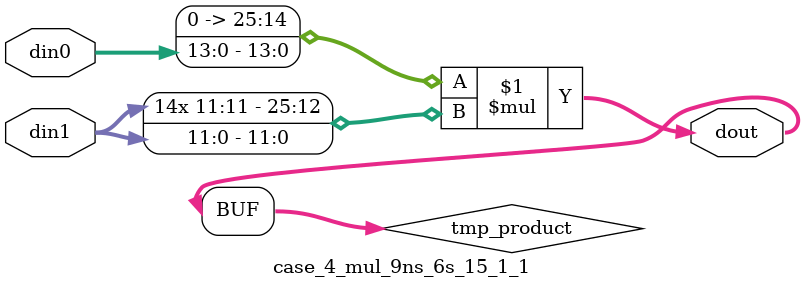
<source format=v>

`timescale 1 ns / 1 ps

 (* use_dsp = "no" *)  module case_4_mul_9ns_6s_15_1_1(din0, din1, dout);
parameter ID = 1;
parameter NUM_STAGE = 0;
parameter din0_WIDTH = 14;
parameter din1_WIDTH = 12;
parameter dout_WIDTH = 26;

input [din0_WIDTH - 1 : 0] din0; 
input [din1_WIDTH - 1 : 0] din1; 
output [dout_WIDTH - 1 : 0] dout;

wire signed [dout_WIDTH - 1 : 0] tmp_product;

























assign tmp_product = $signed({1'b0, din0}) * $signed(din1);










assign dout = tmp_product;





















endmodule

</source>
